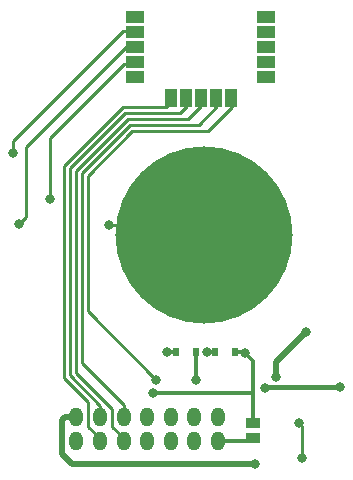
<source format=gbl>
G04 #@! TF.GenerationSoftware,KiCad,Pcbnew,5.1.4-e60b266~84~ubuntu18.04.1*
G04 #@! TF.CreationDate,2019-11-18T18:01:23+02:00*
G04 #@! TF.ProjectId,livolo_1_channel_1way_eu_switch,6c69766f-6c6f-45f3-915f-6368616e6e65,rev?*
G04 #@! TF.SameCoordinates,Original*
G04 #@! TF.FileFunction,Copper,L2,Bot*
G04 #@! TF.FilePolarity,Positive*
%FSLAX46Y46*%
G04 Gerber Fmt 4.6, Leading zero omitted, Abs format (unit mm)*
G04 Created by KiCad (PCBNEW 5.1.4-e60b266~84~ubuntu18.04.1) date 2019-11-18 18:01:23*
%MOMM*%
%LPD*%
G04 APERTURE LIST*
%ADD10C,0.600000*%
%ADD11R,1.500000X1.000000*%
%ADD12R,1.000000X1.500000*%
%ADD13O,1.200000X1.600000*%
%ADD14R,0.600000X0.800000*%
%ADD15C,15.000000*%
%ADD16R,1.270000X0.970000*%
%ADD17C,0.800000*%
%ADD18C,0.350000*%
%ADD19C,0.300000*%
%ADD20C,0.250000*%
%ADD21C,0.500000*%
%ADD22C,0.450000*%
G04 APERTURE END LIST*
D10*
X147690000Y-78730000D03*
X147690000Y-77460000D03*
X147690000Y-76190000D03*
X147690000Y-74920000D03*
X147690000Y-73650000D03*
X139660000Y-80600000D03*
X140930000Y-80600000D03*
X142200000Y-80600000D03*
X143470000Y-80600000D03*
X144740000Y-80600000D03*
X136590000Y-78730000D03*
X136590000Y-77460000D03*
X136590000Y-76190000D03*
X136590000Y-74920000D03*
D11*
X136640000Y-73650000D03*
X136640000Y-74920000D03*
X136640000Y-76190000D03*
X136640000Y-77460000D03*
X136640000Y-78730000D03*
D12*
X144740000Y-80550000D03*
X143470000Y-80550000D03*
X142200000Y-80550000D03*
X140930000Y-80550000D03*
X139660000Y-80550000D03*
D11*
X147740000Y-74920000D03*
X147740000Y-77460000D03*
X147740000Y-76190000D03*
X147740000Y-78730000D03*
X147740000Y-73650000D03*
D10*
X136590000Y-73650000D03*
D13*
X143650000Y-107550000D03*
X143650000Y-109550000D03*
X141650000Y-107550000D03*
X141650000Y-109550000D03*
X139650000Y-107550000D03*
X139650000Y-109550000D03*
X137650000Y-107550000D03*
X137650000Y-109550000D03*
X135650000Y-107550000D03*
X135650000Y-109550000D03*
X133650000Y-107550000D03*
X133650000Y-109550000D03*
X131650000Y-107550000D03*
X131650000Y-109550000D03*
D14*
X143400000Y-102050000D03*
X145100000Y-102050000D03*
X140050000Y-102050000D03*
X141750000Y-102050000D03*
D15*
X142471636Y-92094052D03*
D16*
X146600000Y-109340000D03*
X146600000Y-108060000D03*
D17*
X145899999Y-102100000D03*
X138175000Y-105500000D03*
X141810890Y-104424990D03*
X150462668Y-108019998D03*
X150750000Y-111000000D03*
X151130000Y-100330000D03*
X148590000Y-104125000D03*
X147600000Y-105100000D03*
X154000000Y-105000000D03*
X146800000Y-111500000D03*
X142700050Y-102000000D03*
X139300002Y-102000000D03*
X126785000Y-91225000D03*
X138400000Y-104400000D03*
X134375010Y-91300000D03*
X126300000Y-85200000D03*
X129424949Y-89100000D03*
D18*
X146600000Y-102800001D02*
X145899999Y-102100000D01*
X145100000Y-102050000D02*
X145849999Y-102050000D01*
X145849999Y-102050000D02*
X145899999Y-102100000D01*
X146600000Y-105500000D02*
X146600000Y-102800001D01*
X146600000Y-108060000D02*
X146600000Y-105500000D01*
X146600000Y-105500000D02*
X138175000Y-105500000D01*
D19*
X141750000Y-104364100D02*
X141810890Y-104424990D01*
X141750000Y-102050000D02*
X141750000Y-104364100D01*
D20*
X150750000Y-111000000D02*
X150750000Y-108307330D01*
X150750000Y-108307330D02*
X150462668Y-108019998D01*
D21*
X151130000Y-100330000D02*
X148590000Y-102870000D01*
X148590000Y-102870000D02*
X148590000Y-104125000D01*
D22*
X154000000Y-105000000D02*
X147700000Y-105000000D01*
X147700000Y-105000000D02*
X147600000Y-105100000D01*
D21*
X131650000Y-107550000D02*
X130695406Y-107550000D01*
X130695406Y-107550000D02*
X130424999Y-107820407D01*
X130424999Y-107820407D02*
X130424999Y-110665001D01*
X130424999Y-110665001D02*
X131259998Y-111500000D01*
X131259998Y-111500000D02*
X146800000Y-111500000D01*
D19*
X142750050Y-102050000D02*
X142700050Y-102000000D01*
X143400000Y-102050000D02*
X142750050Y-102050000D01*
X140050000Y-102050000D02*
X139350002Y-102050000D01*
X139350002Y-102050000D02*
X139300002Y-102000000D01*
D20*
X136570000Y-76090000D02*
X135964998Y-76090000D01*
X135964998Y-76090000D02*
X127399999Y-84654999D01*
X127399999Y-90610001D02*
X126785000Y-91225000D01*
X127399999Y-84654999D02*
X127399999Y-90610001D01*
X136399969Y-83300031D02*
X142799969Y-83300031D01*
X132600002Y-87099998D02*
X136399969Y-83300031D01*
X138400000Y-104400000D02*
X132600002Y-98600002D01*
X142799969Y-83300031D02*
X144840000Y-81260000D01*
X132600002Y-98600002D02*
X132600002Y-87099998D01*
X144840000Y-81260000D02*
X144840000Y-81044264D01*
X144840000Y-81044264D02*
X144840000Y-80620000D01*
X139300000Y-81080000D02*
X139660000Y-80720000D01*
X135571516Y-81300000D02*
X139300000Y-81300000D01*
X130599959Y-104228447D02*
X130599959Y-86271557D01*
X132674990Y-106303478D02*
X130599959Y-104228447D01*
X130599959Y-86271557D02*
X135571516Y-81300000D01*
X133650000Y-109350000D02*
X132674990Y-108374990D01*
X139300000Y-81300000D02*
X139300000Y-81080000D01*
X133650000Y-109550000D02*
X133650000Y-109350000D01*
X132674990Y-108374990D02*
X132674990Y-106303478D01*
X132099991Y-102949991D02*
X132099991Y-86892889D01*
X135650000Y-106500000D02*
X132099991Y-102949991D01*
X132099991Y-86892889D02*
X136192860Y-82800020D01*
X136192860Y-82800020D02*
X141999980Y-82800020D01*
X141999980Y-82800020D02*
X143570000Y-81230000D01*
X143570000Y-81230000D02*
X143570000Y-80620000D01*
X135650000Y-107550000D02*
X135650000Y-106500000D01*
X135650000Y-109550000D02*
X135650000Y-109350000D01*
X141099989Y-82300011D02*
X142180000Y-81220000D01*
X131599980Y-103814224D02*
X131599980Y-86685778D01*
X131599980Y-86685778D02*
X135985747Y-82300011D01*
X135650000Y-109350000D02*
X134674990Y-108374990D01*
X142180000Y-81220000D02*
X142180000Y-80570000D01*
X135985747Y-82300011D02*
X141099989Y-82300011D01*
X134674990Y-108374990D02*
X134674990Y-106889234D01*
X134674990Y-106889234D02*
X131599980Y-103814224D01*
X140400000Y-81800000D02*
X141030000Y-81170000D01*
X135778636Y-81800000D02*
X140400000Y-81800000D01*
X131099969Y-86478667D02*
X135778636Y-81800000D01*
X133650000Y-106571366D02*
X131099969Y-104021335D01*
X131099969Y-104021335D02*
X131099969Y-86478667D01*
X141030000Y-81170000D02*
X141030000Y-80620000D01*
X133650000Y-107550000D02*
X133650000Y-106571366D01*
X142471636Y-92094052D02*
X141677584Y-91300000D01*
X141677584Y-91300000D02*
X134375010Y-91300000D01*
X135620000Y-74820000D02*
X126300000Y-84140000D01*
X126300000Y-84140000D02*
X126300000Y-85200000D01*
X136620000Y-74820000D02*
X135620000Y-74820000D01*
X136570000Y-77360000D02*
X136270001Y-77659999D01*
X136270001Y-77659999D02*
X135664999Y-77659999D01*
X135664999Y-77659999D02*
X129424949Y-83900049D01*
X129424949Y-83900049D02*
X129424949Y-89100000D01*
D18*
X143650000Y-109550000D02*
X146390000Y-109550000D01*
D19*
X146390000Y-109550000D02*
X146600000Y-109340000D01*
M02*

</source>
